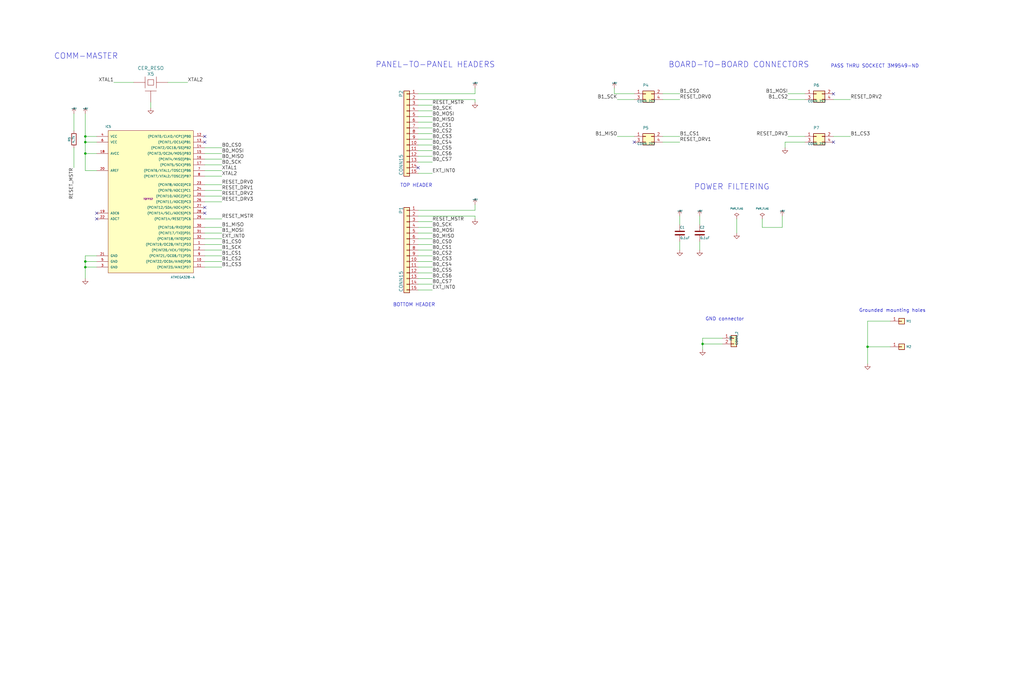
<source format=kicad_sch>
(kicad_sch (version 20230121) (generator eeschema)
  (paper "User" 457.2 304.8)
  (lib_symbols
    (symbol "Connector_Generic:Conn_01x01" (pin_names (offset 1.016) hide)
      (property "Reference" "J" (at 0 2.54 0))
      (property "Value" "Conn_01x01" (at 0 -2.54 0))
      (symbol "Conn_01x01_1_1"
        (rectangle (start -1.27 0.127) (end 0 -0.127) (stroke (width 0.1524)))
        (rectangle (start -1.27 1.27) (end 1.27 -1.27) (stroke (width 0.254)) (fill (type background)))
        (pin passive line (at -5.08 0 0) (length 3.81) (name "Pin_1") (number "1"))
      )
    )
    (symbol "Connector_Generic:Conn_01x02" (pin_names (offset 1.016) hide)
      (property "Reference" "J" (at 0 2.54 0))
      (property "Value" "Conn_01x02" (at 0 -5.08 0))
      (symbol "Conn_01x02_1_1"
        (rectangle (start -1.27 -2.413) (end 0 -2.667) (stroke (width 0.1524)))
        (rectangle (start -1.27 0.127) (end 0 -0.127) (stroke (width 0.1524)))
        (rectangle (start -1.27 1.27) (end 1.27 -3.81) (stroke (width 0.254)) (fill (type background)))
        (pin passive line (at -5.08 0 0) (length 3.81) (name "Pin_1") (number "1"))
        (pin passive line (at -5.08 -2.54 0) (length 3.81) (name "Pin_2") (number "2"))
      )
    )
    (symbol "Connector_Generic:Conn_01x15" (pin_names (offset 1.016) hide)
      (property "Reference" "J" (at 0 20.32 0))
      (property "Value" "Conn_01x15" (at 0 -20.32 0))
      (symbol "Conn_01x15_1_1"
        (rectangle (start -1.27 -17.653) (end 0 -17.907) (stroke (width 0.1524)))
        (rectangle (start -1.27 -15.113) (end 0 -15.367) (stroke (width 0.1524)))
        (rectangle (start -1.27 -12.573) (end 0 -12.827) (stroke (width 0.1524)))
        (rectangle (start -1.27 -10.033) (end 0 -10.287) (stroke (width 0.1524)))
        (rectangle (start -1.27 -7.493) (end 0 -7.747) (stroke (width 0.1524)))
        (rectangle (start -1.27 -4.953) (end 0 -5.207) (stroke (width 0.1524)))
        (rectangle (start -1.27 -2.413) (end 0 -2.667) (stroke (width 0.1524)))
        (rectangle (start -1.27 0.127) (end 0 -0.127) (stroke (width 0.1524)))
        (rectangle (start -1.27 2.667) (end 0 2.413) (stroke (width 0.1524)))
        (rectangle (start -1.27 5.207) (end 0 4.953) (stroke (width 0.1524)))
        (rectangle (start -1.27 7.747) (end 0 7.493) (stroke (width 0.1524)))
        (rectangle (start -1.27 10.287) (end 0 10.033) (stroke (width 0.1524)))
        (rectangle (start -1.27 12.827) (end 0 12.573) (stroke (width 0.1524)))
        (rectangle (start -1.27 15.367) (end 0 15.113) (stroke (width 0.1524)))
        (rectangle (start -1.27 17.907) (end 0 17.653) (stroke (width 0.1524)))
        (rectangle (start -1.27 19.05) (end 1.27 -19.05) (stroke (width 0.254)) (fill (type background)))
        (pin passive line (at -5.08 17.78 0) (length 3.81) (name "Pin_1") (number "1"))
        (pin passive line (at -5.08 -5.08 0) (length 3.81) (name "Pin_10") (number "10"))
        (pin passive line (at -5.08 -7.62 0) (length 3.81) (name "Pin_11") (number "11"))
        (pin passive line (at -5.08 -10.16 0) (length 3.81) (name "Pin_12") (number "12"))
        (pin passive line (at -5.08 -12.7 0) (length 3.81) (name "Pin_13") (number "13"))
        (pin passive line (at -5.08 -15.24 0) (length 3.81) (name "Pin_14") (number "14"))
        (pin passive line (at -5.08 -17.78 0) (length 3.81) (name "Pin_15") (number "15"))
        (pin passive line (at -5.08 15.24 0) (length 3.81) (name "Pin_2") (number "2"))
        (pin passive line (at -5.08 12.7 0) (length 3.81) (name "Pin_3") (number "3"))
        (pin passive line (at -5.08 10.16 0) (length 3.81) (name "Pin_4") (number "4"))
        (pin passive line (at -5.08 7.62 0) (length 3.81) (name "Pin_5") (number "5"))
        (pin passive line (at -5.08 5.08 0) (length 3.81) (name "Pin_6") (number "6"))
        (pin passive line (at -5.08 2.54 0) (length 3.81) (name "Pin_7") (number "7"))
        (pin passive line (at -5.08 0 0) (length 3.81) (name "Pin_8") (number "8"))
        (pin passive line (at -5.08 -2.54 0) (length 3.81) (name "Pin_9") (number "9"))
      )
    )
    (symbol "Connector_Generic:Conn_02x02_Odd_Even" (pin_names (offset 1.016) hide)
      (property "Reference" "J" (at 1.27 2.54 0))
      (property "Value" "Conn_02x02_Odd_Even" (at 1.27 -5.08 0))
      (symbol "Conn_02x02_Odd_Even_1_1"
        (rectangle (start -1.27 -2.413) (end 0 -2.667) (stroke (width 0.1524)))
        (rectangle (start -1.27 0.127) (end 0 -0.127) (stroke (width 0.1524)))
        (rectangle (start -1.27 1.27) (end 3.81 -3.81) (stroke (width 0.254)) (fill (type background)))
        (rectangle (start 3.81 -2.413) (end 2.54 -2.667) (stroke (width 0.1524)))
        (rectangle (start 3.81 0.127) (end 2.54 -0.127) (stroke (width 0.1524)))
        (pin passive line (at -5.08 0 0) (length 3.81) (name "Pin_1") (number "1"))
        (pin passive line (at 7.62 0 180) (length 3.81) (name "Pin_2") (number "2"))
        (pin passive line (at -5.08 -2.54 0) (length 3.81) (name "Pin_3") (number "3"))
        (pin passive line (at 7.62 -2.54 180) (length 3.81) (name "Pin_4") (number "4"))
      )
    )
    (symbol "Device:C" (pin_numbers hide) (pin_names (offset 0.254))
      (property "Reference" "C" (at 0.635 2.54 0))
      (property "Value" "C" (at 0.635 -2.54 0))
      (symbol "C_0_1"
        (polyline (pts (xy -2.032 -0.762) (xy 2.032 -0.762)) (stroke (width 0.508)))
        (polyline (pts (xy -2.032 0.762) (xy 2.032 0.762)) (stroke (width 0.508)))
      )
      (symbol "C_1_1"
        (pin passive line (at 0 3.81 270) (length 2.794) (name "~") (number "1"))
        (pin passive line (at 0 -3.81 90) (length 2.794) (name "~") (number "2"))
      )
    )
    (symbol "Device:R" (pin_numbers hide) (pin_names (offset 0))
      (property "Reference" "R" (at 2.032 0 90))
      (property "Value" "R" (at 0 0 90))
      (symbol "R_0_1"
        (rectangle (start -1.016 -2.54) (end 1.016 2.54) (stroke (width 0.254)))
      )
      (symbol "R_1_1"
        (pin passive line (at 0 3.81 270) (length 1.27) (name "~") (number "1"))
        (pin passive line (at 0 -3.81 90) (length 1.27) (name "~") (number "2"))
      )
    )
    (symbol "comm_v0:ATMEGA328-A" (pin_names (offset 1.016))
      (property "Reference" "IC" (at -17.78 31.75 0))
      (property "Value" "ATMEGA328-A" (at 6.35 -35.56 0))
      (symbol "ATMEGA328-A_0_1"
        (rectangle (start -17.78 30.48) (end 20.32 -33.02) (fill (type background)))
      )
      (symbol "ATMEGA328-A_1_1"
        (pin bidirectional line (at 25.4 -20.32 180) (length 5.08) (name "(PCINT19/OC2B/INT1)PD3") (number "1"))
        (pin bidirectional line (at 25.4 -27.94 180) (length 5.08) (name "(PCINT22/OC0A/AIN0)PD6") (number "10"))
        (pin bidirectional line (at 25.4 -30.48 180) (length 5.08) (name "(PCINT23/AIN1)PD7") (number "11"))
        (pin bidirectional line (at 25.4 27.94 180) (length 5.08) (name "(PCINT0/CLKO/ICP1)PB0") (number "12"))
        (pin bidirectional line (at 25.4 25.4 180) (length 5.08) (name "(PCINT1/OC1A)PB1") (number "13"))
        (pin bidirectional line (at 25.4 22.86 180) (length 5.08) (name "(PCINT2/OC1B/SS)PB2") (number "14"))
        (pin bidirectional line (at 25.4 20.32 180) (length 5.08) (name "(PCINT3/OC2A/MOSI)PB3") (number "15"))
        (pin bidirectional line (at 25.4 17.78 180) (length 5.08) (name "(PCINT4/MISO)PB4") (number "16"))
        (pin bidirectional line (at 25.4 15.24 180) (length 5.08) (name "(PCINT5/SCK)PB5") (number "17"))
        (pin power_in line (at -22.86 20.32 0) (length 5.08) (name "AVCC") (number "18"))
        (pin input line (at -22.86 -6.35 0) (length 5.08) (name "ADC6") (number "19"))
        (pin bidirectional line (at 25.4 -22.86 180) (length 5.08) (name "(PCINT20/XCK/T0)PD4") (number "2"))
        (pin passive line (at -22.86 12.7 0) (length 5.08) (name "AREF") (number "20"))
        (pin power_in line (at -22.86 -25.4 0) (length 5.08) (name "GND") (number "21"))
        (pin power_in line (at -22.86 -8.89 0) (length 5.08) (name "ADC7") (number "22"))
        (pin bidirectional line (at 25.4 6.35 180) (length 5.08) (name "(PCINT8/ADC0)PC0") (number "23"))
        (pin bidirectional line (at 25.4 3.81 180) (length 5.08) (name "(PCINT9/ADC1)PC1") (number "24"))
        (pin bidirectional line (at 25.4 1.27 180) (length 5.08) (name "(PCINT10/ADC2)PC2") (number "25"))
        (pin bidirectional line (at 25.4 -1.27 180) (length 5.08) (name "(PCINT11/ADC3)PC3") (number "26"))
        (pin bidirectional line (at 25.4 -3.81 180) (length 5.08) (name "(PCINT12/SDA/ADC4)PC4") (number "27"))
        (pin bidirectional line (at 25.4 -6.35 180) (length 5.08) (name "(PCINT14/SCL/ADC5)PC5") (number "28"))
        (pin bidirectional line (at 25.4 -8.89 180) (length 5.08) (name "(PCINT14/RESET)PC6") (number "29"))
        (pin power_in line (at -22.86 -30.48 0) (length 5.08) (name "GND") (number "3"))
        (pin bidirectional line (at 25.4 -12.7 180) (length 5.08) (name "(PCINT16/RXD)PD0") (number "30"))
        (pin bidirectional line (at 25.4 -15.24 180) (length 5.08) (name "(PCINT17/TXD)PD1") (number "31"))
        (pin bidirectional line (at 25.4 -17.78 180) (length 5.08) (name "(PCINT18/INT0)PD2") (number "32"))
        (pin power_in line (at -22.86 27.94 0) (length 5.08) (name "VCC") (number "4"))
        (pin power_in line (at -22.86 -27.94 0) (length 5.08) (name "GND") (number "5"))
        (pin power_in line (at -22.86 25.4 0) (length 5.08) (name "VCC") (number "6"))
        (pin bidirectional line (at 25.4 12.7 180) (length 5.08) (name "(PCINT6/XTAL1/TOSC1)PB6") (number "7"))
        (pin bidirectional line (at 25.4 10.16 180) (length 5.08) (name "(PCINT7/XTAL2/TOSC2)PB7") (number "8"))
        (pin bidirectional line (at 25.4 -25.4 180) (length 5.08) (name "(PCINT21/OC0B/T1)PD5") (number "9"))
      )
    )
    (symbol "comm_v0:CER_RESO" (pin_numbers hide) (pin_names (offset 1.016) hide)
      (property "Reference" "X" (at 0 3.81 0))
      (property "Value" "CER_RESO" (at 0 6.35 0))
      (symbol "CER_RESO_0_1"
        (polyline (pts (xy -2.54 2.54) (xy -2.54 -2.54)))
        (polyline (pts (xy 2.54 2.54) (xy 2.54 -2.54)))
        (polyline (pts (xy -2.54 -3.81) (xy 2.54 -3.81) (xy 2.54 -3.81)))
        (polyline (pts (xy -1.27 1.27) (xy 1.27 1.27) (xy 1.27 -1.27) (xy -1.27 -1.27) (xy -1.27 1.27)))
      )
      (symbol "CER_RESO_1_1"
        (pin passive line (at -7.62 0 0) (length 5.08) (name "1") (number "1"))
        (pin power_in line (at 0 -8.89 90) (length 5.08) (name "GND") (number "2"))
        (pin passive line (at 7.62 0 180) (length 5.08) (name "3") (number "3"))
      )
    )
    (symbol "power:+5V" (power) (pin_names (offset 0))
      (property "Value" "+5V" (at 0 3.556 0))
      (symbol "+5V_0_1"
        (polyline (pts (xy -0.762 1.27) (xy 0 2.54)))
        (polyline (pts (xy 0 0) (xy 0 2.54)))
        (polyline (pts (xy 0 2.54) (xy 0.762 1.27)))
      )
      (symbol "+5V_1_1"
        (pin power_in line (at 0 0 90) (length 0) hide (name "+5V") (number "1"))
      )
    )
    (symbol "power:GND" (power) (pin_names (offset 0))
      (property "Value" "GND" (at 0 -3.81 0))
      (symbol "GND_0_1"
        (polyline (pts (xy 0 0) (xy 0 -1.27) (xy 1.27 -1.27) (xy 0 -2.54) (xy -1.27 -1.27) (xy 0 -1.27)))
      )
      (symbol "GND_1_1"
        (pin power_in line (at 0 0 270) (length 0) hide (name "GND") (number "1"))
      )
    )
    (symbol "power:PWR_FLAG" (power) (pin_numbers hide) (pin_names (offset 0) hide)
      (property "Value" "PWR_FLAG" (at 0 3.81 0))
      (symbol "PWR_FLAG_0_0"
        (pin power_out line (at 0 0 90) (length 0) (name "pwr") (number "1"))
      )
      (symbol "PWR_FLAG_0_1"
        (polyline (pts (xy 0 0) (xy 0 1.27) (xy -1.016 1.905) (xy 0 2.54) (xy 1.016 1.905) (xy 0 1.27)))
      )
    )
  )
  (junction (at 313.69 153.67))
  (junction (at 38.1 119.38))
  (junction (at 38.1 60.96))
  (junction (at 38.1 116.84))
  (junction (at 38.1 63.5))
  (junction (at 38.1 68.58))
  (junction (at 387.35 154.94))
  (no_connect (at 91.44 95.25))
  (no_connect (at 91.44 92.71))
  (no_connect (at 91.44 60.96))
  (no_connect (at 43.18 95.25))
  (no_connect (at 372.11 41.91))
  (no_connect (at 43.18 97.79))
  (no_connect (at 283.21 63.5))
  (no_connect (at 186.69 74.93))
  (no_connect (at 91.44 63.5))
  (no_connect (at 372.11 63.5))
  (wire (pts (xy 312.42 107.95) (xy 312.42 111.76)))
  (wire (pts (xy 91.44 101.6) (xy 99.06 101.6)))
  (wire (pts (xy 91.44 119.38) (xy 99.06 119.38)))
  (wire (pts (xy 91.44 106.68) (xy 99.06 106.68)))
  (wire (pts (xy 186.69 121.92) (xy 193.04 121.92)))
  (wire (pts (xy 38.1 116.84) (xy 38.1 119.38)))
  (wire (pts (xy 212.09 93.98) (xy 186.69 93.98)))
  (wire (pts (xy 186.69 44.45) (xy 212.09 44.45)))
  (wire (pts (xy 274.32 41.91) (xy 283.21 41.91)))
  (wire (pts (xy 91.44 76.2) (xy 99.06 76.2)))
  (wire (pts (xy 38.1 114.3) (xy 38.1 116.84)))
  (wire (pts (xy 313.69 153.67) (xy 313.69 156.21)))
  (wire (pts (xy 186.69 96.52) (xy 212.09 96.52)))
  (wire (pts (xy 186.69 52.07) (xy 193.04 52.07)))
  (wire (pts (xy 186.69 49.53) (xy 193.04 49.53)))
  (wire (pts (xy 295.91 63.5) (xy 303.53 63.5)))
  (wire (pts (xy 303.53 107.95) (xy 303.53 111.76)))
  (wire (pts (xy 387.35 154.94) (xy 397.51 154.94)))
  (wire (pts (xy 283.21 60.96) (xy 275.59 60.96)))
  (wire (pts (xy 38.1 76.2) (xy 43.18 76.2)))
  (wire (pts (xy 91.44 114.3) (xy 99.06 114.3)))
  (wire (pts (xy 43.18 60.96) (xy 38.1 60.96)))
  (wire (pts (xy 43.18 68.58) (xy 38.1 68.58)))
  (wire (pts (xy 283.21 44.45) (xy 275.59 44.45)))
  (wire (pts (xy 212.09 96.52) (xy 212.09 97.79)))
  (wire (pts (xy 91.44 71.12) (xy 99.06 71.12)))
  (wire (pts (xy 186.69 114.3) (xy 193.04 114.3)))
  (wire (pts (xy 186.69 104.14) (xy 193.04 104.14)))
  (wire (pts (xy 91.44 97.79) (xy 99.06 97.79)))
  (wire (pts (xy 91.44 90.17) (xy 99.06 90.17)))
  (wire (pts (xy 212.09 93.98) (xy 212.09 91.44)))
  (wire (pts (xy 295.91 44.45) (xy 303.53 44.45)))
  (wire (pts (xy 186.69 109.22) (xy 193.04 109.22)))
  (wire (pts (xy 212.09 41.91) (xy 212.09 39.37)))
  (wire (pts (xy 372.11 60.96) (xy 379.73 60.96)))
  (wire (pts (xy 38.1 50.8) (xy 38.1 60.96)))
  (wire (pts (xy 186.69 99.06) (xy 193.04 99.06)))
  (wire (pts (xy 295.91 60.96) (xy 303.53 60.96)))
  (wire (pts (xy 43.18 119.38) (xy 38.1 119.38)))
  (wire (pts (xy 372.11 44.45) (xy 379.73 44.45)))
  (wire (pts (xy 212.09 44.45) (xy 212.09 45.72)))
  (wire (pts (xy 33.02 50.8) (xy 33.02 58.42)))
  (wire (pts (xy 91.44 116.84) (xy 99.06 116.84)))
  (wire (pts (xy 186.69 101.6) (xy 193.04 101.6)))
  (wire (pts (xy 186.69 119.38) (xy 193.04 119.38)))
  (wire (pts (xy 91.44 73.66) (xy 99.06 73.66)))
  (wire (pts (xy 186.69 54.61) (xy 193.04 54.61)))
  (wire (pts (xy 91.44 66.04) (xy 99.06 66.04)))
  (wire (pts (xy 397.51 143.51) (xy 387.35 143.51)))
  (wire (pts (xy 186.69 116.84) (xy 193.04 116.84)))
  (wire (pts (xy 328.93 97.79) (xy 328.93 104.14)))
  (wire (pts (xy 38.1 63.5) (xy 38.1 68.58)))
  (wire (pts (xy 359.41 60.96) (xy 351.79 60.96)))
  (wire (pts (xy 340.36 101.6) (xy 349.25 101.6)))
  (wire (pts (xy 38.1 68.58) (xy 38.1 76.2)))
  (wire (pts (xy 186.69 129.54) (xy 193.04 129.54)))
  (wire (pts (xy 33.02 66.04) (xy 33.02 74.93)))
  (wire (pts (xy 313.69 153.67) (xy 322.58 153.67)))
  (wire (pts (xy 312.42 96.52) (xy 312.42 100.33)))
  (wire (pts (xy 186.69 46.99) (xy 193.04 46.99)))
  (wire (pts (xy 38.1 119.38) (xy 38.1 124.46)))
  (wire (pts (xy 186.69 127) (xy 193.04 127)))
  (wire (pts (xy 74.93 36.83) (xy 83.82 36.83)))
  (wire (pts (xy 67.31 45.72) (xy 67.31 48.26)))
  (wire (pts (xy 91.44 104.14) (xy 99.06 104.14)))
  (wire (pts (xy 43.18 116.84) (xy 38.1 116.84)))
  (wire (pts (xy 387.35 143.51) (xy 387.35 154.94)))
  (wire (pts (xy 186.69 106.68) (xy 193.04 106.68)))
  (wire (pts (xy 340.36 97.79) (xy 340.36 101.6)))
  (wire (pts (xy 322.58 151.13) (xy 313.69 151.13)))
  (wire (pts (xy 359.41 44.45) (xy 351.79 44.45)))
  (wire (pts (xy 186.69 67.31) (xy 193.04 67.31)))
  (wire (pts (xy 91.44 78.74) (xy 99.06 78.74)))
  (wire (pts (xy 38.1 60.96) (xy 38.1 63.5)))
  (wire (pts (xy 186.69 124.46) (xy 193.04 124.46)))
  (wire (pts (xy 186.69 77.47) (xy 193.04 77.47)))
  (wire (pts (xy 91.44 82.55) (xy 99.06 82.55)))
  (wire (pts (xy 212.09 41.91) (xy 186.69 41.91)))
  (wire (pts (xy 359.41 41.91) (xy 351.79 41.91)))
  (wire (pts (xy 186.69 72.39) (xy 193.04 72.39)))
  (wire (pts (xy 303.53 96.52) (xy 303.53 100.33)))
  (wire (pts (xy 350.52 63.5) (xy 350.52 66.04)))
  (wire (pts (xy 43.18 114.3) (xy 38.1 114.3)))
  (wire (pts (xy 186.69 57.15) (xy 193.04 57.15)))
  (wire (pts (xy 186.69 69.85) (xy 193.04 69.85)))
  (wire (pts (xy 91.44 87.63) (xy 99.06 87.63)))
  (wire (pts (xy 313.69 151.13) (xy 313.69 153.67)))
  (wire (pts (xy 295.91 41.91) (xy 303.53 41.91)))
  (wire (pts (xy 91.44 109.22) (xy 99.06 109.22)))
  (wire (pts (xy 349.25 101.6) (xy 349.25 96.52)))
  (wire (pts (xy 186.69 62.23) (xy 193.04 62.23)))
  (wire (pts (xy 387.35 154.94) (xy 387.35 162.56)))
  (wire (pts (xy 91.44 111.76) (xy 99.06 111.76)))
  (wire (pts (xy 186.69 111.76) (xy 193.04 111.76)))
  (wire (pts (xy 350.52 63.5) (xy 359.41 63.5)))
  (wire (pts (xy 186.69 59.69) (xy 193.04 59.69)))
  (wire (pts (xy 43.18 63.5) (xy 38.1 63.5)))
  (wire (pts (xy 274.32 39.37) (xy 274.32 41.91)))
  (wire (pts (xy 186.69 64.77) (xy 193.04 64.77)))
  (wire (pts (xy 91.44 68.58) (xy 99.06 68.58)))
  (wire (pts (xy 59.69 36.83) (xy 50.8 36.83)))
  (wire (pts (xy 91.44 85.09) (xy 99.06 85.09)))
  (text "Grounded mounting holes" (at 383.54 139.7 0) (effects (font (size 1.524 1.524)) (justify left bottom)))
  (text "PANEL-TO-PANEL HEADERS" (at 167.64 30.48 0) (effects (font (size 2.54 2.54)) (justify left bottom)))
  (text "GND connector" (at 314.96 143.51 0) (effects (font (size 1.524 1.524)) (justify left bottom)))
  (text "TOP HEADER" (at 193.04 83.82 0) (effects (font (size 1.524 1.524)) (justify right bottom)))
  (text "COMM-MASTER" (at 24.13 26.67 0) (effects (font (size 2.54 2.54)) (justify left bottom)))
  (text "POWER FILTERING" (at 309.88 85.09 0) (effects (font (size 2.54 2.54)) (justify left bottom)))
  (text "BOTTOM HEADER" (at 194.31 137.16 0) (effects (font (size 1.524 1.524)) (justify right bottom)))
  (text "PASS THRU SOCKECT 3M9549-ND" (at 370.84 30.48 0) (effects (font (size 1.524 1.524)) (justify left bottom)))
  (text "BOARD-TO-BOARD CONNECTORS" (at 298.45 30.48 0) (effects (font (size 2.54 2.54)) (justify left bottom)))
  (label "B0_CS0" (at 99.06 66.04 0) (effects (font (size 1.524 1.524))))
  (label "B0_CS1" (at 193.04 57.15 0) (effects (font (size 1.524 1.524))))
  (label "B0_CS4" (at 193.04 64.77 0) (effects (font (size 1.524 1.524))))
  (label "B0_SCK" (at 193.04 101.6 0) (effects (font (size 1.524 1.524))))
  (label "B0_CS0" (at 193.04 109.22 0) (effects (font (size 1.524 1.524))))
  (label "RESET_DRV1" (at 303.53 63.5 0) (effects (font (size 1.524 1.524))))
  (label "XTAL2" (at 83.82 36.83 0) (effects (font (size 1.524 1.524))))
  (label "B0_CS5" (at 193.04 67.31 0) (effects (font (size 1.524 1.524))))
  (label "XTAL2" (at 99.06 78.74 0) (effects (font (size 1.524 1.524))))
  (label "RESET_DRV3" (at 99.06 90.17 0) (effects (font (size 1.524 1.524))))
  (label "B1_CS0" (at 303.53 41.91 0) (effects (font (size 1.524 1.524))))
  (label "B0_CS2" (at 193.04 114.3 0) (effects (font (size 1.524 1.524))))
  (label "B0_CS1" (at 193.04 111.76 0) (effects (font (size 1.524 1.524))))
  (label "RESET_MSTR" (at 33.02 74.93 270) (effects (font (size 1.524 1.524))))
  (label "RESET_MSTR" (at 99.06 97.79 0) (effects (font (size 1.524 1.524))))
  (label "B0_MOSI" (at 99.06 68.58 0) (effects (font (size 1.524 1.524))))
  (label "B0_MOSI" (at 193.04 104.14 0) (effects (font (size 1.524 1.524))))
  (label "EXT_INT0" (at 99.06 106.68 0) (effects (font (size 1.524 1.524))))
  (label "B1_CS2" (at 99.06 116.84 0) (effects (font (size 1.524 1.524))))
  (label "B1_CS1" (at 303.53 60.96 0) (effects (font (size 1.524 1.524))))
  (label "B0_MISO" (at 193.04 54.61 0) (effects (font (size 1.524 1.524))))
  (label "B0_CS4" (at 193.04 119.38 0) (effects (font (size 1.524 1.524))))
  (label "B0_CS2" (at 193.04 59.69 0) (effects (font (size 1.524 1.524))))
  (label "RESET_DRV0" (at 99.06 82.55 0) (effects (font (size 1.524 1.524))))
  (label "B0_MISO" (at 99.06 71.12 0) (effects (font (size 1.524 1.524))))
  (label "B0_CS6" (at 193.04 124.46 0) (effects (font (size 1.524 1.524))))
  (label "B1_CS2" (at 351.79 44.45 180) (effects (font (size 1.524 1.524))))
  (label "B1_CS3" (at 99.06 119.38 0) (effects (font (size 1.524 1.524))))
  (label "B1_CS1" (at 99.06 114.3 0) (effects (font (size 1.524 1.524))))
  (label "B0_CS7" (at 193.04 127 0) (effects (font (size 1.524 1.524))))
  (label "B0_CS5" (at 193.04 121.92 0) (effects (font (size 1.524 1.524))))
  (label "RESET_MSTR" (at 193.04 46.99 0) (effects (font (size 1.524 1.524))))
  (label "RESET_MSTR" (at 193.04 99.06 0) (effects (font (size 1.524 1.524))))
  (label "RESET_DRV1" (at 99.06 85.09 0) (effects (font (size 1.524 1.524))))
  (label "B1_SCK" (at 275.59 44.45 180) (effects (font (size 1.524 1.524))))
  (label "XTAL1" (at 99.06 76.2 0) (effects (font (size 1.524 1.524))))
  (label "B1_CS0" (at 99.06 109.22 0) (effects (font (size 1.524 1.524))))
  (label "B0_SCK" (at 193.04 49.53 0) (effects (font (size 1.524 1.524))))
  (label "B0_CS6" (at 193.04 69.85 0) (effects (font (size 1.524 1.524))))
  (label "B1_MISO" (at 275.59 60.96 180) (effects (font (size 1.524 1.524))))
  (label "XTAL1" (at 50.8 36.83 180) (effects (font (size 1.524 1.524))))
  (label "B0_SCK" (at 99.06 73.66 0) (effects (font (size 1.524 1.524))))
  (label "B0_CS7" (at 193.04 72.39 0) (effects (font (size 1.524 1.524))))
  (label "RESET_DRV0" (at 303.53 44.45 0) (effects (font (size 1.524 1.524))))
  (label "RESET_DRV2" (at 379.73 44.45 0) (effects (font (size 1.524 1.524))))
  (label "B1_SCK" (at 99.06 111.76 0) (effects (font (size 1.524 1.524))))
  (label "B0_MOSI" (at 193.04 52.07 0) (effects (font (size 1.524 1.524))))
  (label "EXT_INT0" (at 193.04 129.54 0) (effects (font (size 1.524 1.524))))
  (label "B1_MOSI" (at 351.79 41.91 180) (effects (font (size 1.524 1.524))))
  (label "B1_MISO" (at 99.06 101.6 0) (effects (font (size 1.524 1.524))))
  (label "B0_MISO" (at 193.04 106.68 0) (effects (font (size 1.524 1.524))))
  (label "B1_MOSI" (at 99.06 104.14 0) (effects (font (size 1.524 1.524))))
  (label "B1_CS3" (at 379.73 60.96 0) (effects (font (size 1.524 1.524))))
  (label "RESET_DRV2" (at 99.06 87.63 0) (effects (font (size 1.524 1.524))))
  (label "B0_CS3" (at 193.04 116.84 0) (effects (font (size 1.524 1.524))))
  (label "RESET_DRV3" (at 351.79 60.96 180) (effects (font (size 1.524 1.524))))
  (label "EXT_INT0" (at 193.04 77.47 0) (effects (font (size 1.524 1.524))))
  (label "B0_CS3" (at 193.04 62.23 0) (effects (font (size 1.524 1.524))))
  (symbol (lib_id "comm_v0:ATMEGA328-A") (at 66.04 88.9 0) (unit 1)
    (property "Reference" "IC5" (at 46.99 57.15 0) (effects (font (size 1.016 1.016)) (justify left bottom)))
    (property "Value" "ATMEGA328-A" (at 76.2 124.46 0) (effects (font (size 1.016 1.016)) (justify left bottom)))
    (property "Footprint" "TQFP32" (at 66.04 88.9 0) (effects (font (size 0.762 0.762) italic)))
  )
  (symbol (lib_id "comm_v0:CER_RESO") (at 67.31 36.83 0) (unit 1)
    (property "Reference" "X5" (at 67.31 33.02 0) (effects (font (size 1.524 1.524))))
    (property "Value" "CER_RESO" (at 67.31 30.48 0) (effects (font (size 1.524 1.524))))
  )
  (symbol (lib_id "power:GND") (at 67.31 48.26 0) (unit 1)
    (property "Reference" "#PWR01" (effects hide))
    (property "Value" "GND" (effects hide))
  )
  (symbol (lib_id "power:+5V") (at 38.1 50.8 0) (unit 1)
    (property "Reference" "#PWR02" (effects hide))
    (property "Value" "+5V" (at 38.1 48.514 0) (effects (font (size 0.762 0.762))))
  )
  (symbol (lib_id "power:+5V") (at 33.02 50.8 0) (unit 1)
    (property "Reference" "#PWR03" (effects hide))
    (property "Value" "+5V" (at 33.02 48.514 0) (effects (font (size 0.762 0.762))))
  )
  (symbol (lib_id "Device:R") (at 33.02 62.23 180) (unit 1)
    (property "Reference" "R5" (at 30.988 62.23 90) (effects (font (size 1.016 1.016))))
    (property "Value" "4.7k" (at 32.8422 62.2554 90) (effects (font (size 1.016 1.016))))
  )
  (symbol (lib_id "power:GND") (at 38.1 124.46 0) (unit 1)
    (property "Reference" "#PWR04" (effects hide))
    (property "Value" "GND" (effects hide))
  )
  (symbol (lib_id "Connector_Generic:Conn_01x15") (at 181.61 111.76 0) (mirror y) (unit 1)
    (property "Reference" "P1" (at 179.07 93.98 90) (effects (font (size 1.524 1.524))))
    (property "Value" "CONN15" (at 179.07 125.73 90) (effects (font (size 1.524 1.524))))
  )
  (symbol (lib_id "Connector_Generic:Conn_01x15") (at 181.61 59.69 0) (mirror y) (unit 1)
    (property "Reference" "P2" (at 179.07 41.91 90) (effects (font (size 1.524 1.524))))
    (property "Value" "CONN15" (at 179.07 73.66 90) (effects (font (size 1.524 1.524))))
  )
  (symbol (lib_id "power:+5V") (at 212.09 91.44 0) (mirror y) (unit 1)
    (property "Reference" "#PWR05" (effects hide))
    (property "Value" "+5V" (at 212.09 89.154 0) (effects (font (size 0.762 0.762))))
  )
  (symbol (lib_id "power:GND") (at 212.09 97.79 0) (mirror y) (unit 1)
    (property "Reference" "#PWR06" (effects hide))
    (property "Value" "GND" (effects hide))
  )
  (symbol (lib_id "power:+5V") (at 212.09 39.37 0) (mirror y) (unit 1)
    (property "Reference" "#PWR07" (effects hide))
    (property "Value" "+5V" (at 212.09 37.084 0) (effects (font (size 0.762 0.762))))
  )
  (symbol (lib_id "power:GND") (at 212.09 45.72 0) (mirror y) (unit 1)
    (property "Reference" "#PWR08" (effects hide))
    (property "Value" "GND" (effects hide))
  )
  (symbol (lib_id "power:GND") (at 328.93 104.14 0) (unit 1)
    (property "Reference" "#PWR09" (effects hide))
    (property "Value" "GND" (effects hide))
  )
  (symbol (lib_id "power:+5V") (at 349.25 96.52 0) (unit 1)
    (property "Reference" "#PWR010" (effects hide))
    (property "Value" "+5V" (at 349.25 94.234 0) (effects (font (size 0.762 0.762))))
  )
  (symbol (lib_id "power:PWR_FLAG") (at 340.36 97.79 0) (unit 1)
    (property "Reference" "#FLG011" (effects hide))
    (property "Value" "PWR_FLAG" (at 340.36 93.218 0) (effects (font (size 0.762 0.762))))
  )
  (symbol (lib_id "power:PWR_FLAG") (at 328.93 97.79 0) (unit 1)
    (property "Reference" "#FLG012" (effects hide))
    (property "Value" "PWR_FLAG" (at 328.93 93.218 0) (effects (font (size 0.762 0.762))))
  )
  (symbol (lib_id "Device:C") (at 303.53 104.14 0) (unit 1)
    (property "Reference" "C1" (at 303.53 101.6 0) (effects (font (size 1.016 1.016)) (justify left)))
    (property "Value" "0.1uF" (at 303.6824 106.299 0) (effects (font (size 1.016 1.016)) (justify left)))
  )
  (symbol (lib_id "Device:C") (at 312.42 104.14 0) (unit 1)
    (property "Reference" "C2" (at 312.42 101.6 0) (effects (font (size 1.016 1.016)) (justify left)))
    (property "Value" "0.1uF" (at 312.5724 106.299 0) (effects (font (size 1.016 1.016)) (justify left)))
  )
  (symbol (lib_id "power:+5V") (at 303.53 96.52 0) (unit 1)
    (property "Reference" "#PWR013" (effects hide))
    (property "Value" "+5V" (at 303.53 94.234 0) (effects (font (size 0.762 0.762))))
  )
  (symbol (lib_id "power:+5V") (at 312.42 96.52 0) (unit 1)
    (property "Reference" "#PWR014" (effects hide))
    (property "Value" "+5V" (at 312.42 94.234 0) (effects (font (size 0.762 0.762))))
  )
  (symbol (lib_id "power:GND") (at 303.53 111.76 0) (unit 1)
    (property "Reference" "#PWR015" (effects hide))
    (property "Value" "GND" (effects hide))
  )
  (symbol (lib_id "power:GND") (at 312.42 111.76 0) (unit 1)
    (property "Reference" "#PWR016" (effects hide))
    (property "Value" "GND" (effects hide))
  )
  (symbol (lib_id "power:GND") (at 350.52 66.04 0) (unit 1)
    (property "Reference" "#PWR017" (effects hide))
    (property "Value" "GND" (effects hide))
  )
  (symbol (lib_id "Connector_Generic:Conn_02x02_Odd_Even") (at 288.29 41.91 0) (unit 1)
    (property "Reference" "P4" (at 288.29 38.1 0))
    (property "Value" "CONN_2X2" (at 288.544 45.212 0) (effects (font (size 1.016 1.016))))
  )
  (symbol (lib_id "Connector_Generic:Conn_02x02_Odd_Even") (at 364.49 41.91 0) (unit 1)
    (property "Reference" "P6" (at 364.49 38.1 0))
    (property "Value" "CONN_2X2" (at 364.744 45.212 0) (effects (font (size 1.016 1.016))))
  )
  (symbol (lib_id "Connector_Generic:Conn_02x02_Odd_Even") (at 288.29 60.96 0) (unit 1)
    (property "Reference" "P5" (at 288.29 57.15 0))
    (property "Value" "CONN_2X2" (at 288.544 64.262 0) (effects (font (size 1.016 1.016))))
  )
  (symbol (lib_id "Connector_Generic:Conn_02x02_Odd_Even") (at 364.49 60.96 0) (unit 1)
    (property "Reference" "P7" (at 364.49 57.15 0))
    (property "Value" "CONN_2X2" (at 364.744 64.262 0) (effects (font (size 1.016 1.016))))
  )
  (symbol (lib_id "power:+5V") (at 274.32 39.37 0) (unit 1)
    (property "Reference" "#PWR018" (effects hide))
    (property "Value" "+5V" (at 274.32 37.084 0) (effects (font (size 0.762 0.762))))
  )
  (symbol (lib_id "Connector_Generic:Conn_01x02") (at 327.66 151.13 0) (unit 1)
    (property "Reference" "P8" (at 326.39 151.13 90) (effects (font (size 1.016 1.016))))
    (property "Value" "CONN_2" (at 328.93 151.13 90) (effects (font (size 1.016 1.016))))
  )
  (symbol (lib_id "power:GND") (at 313.69 156.21 0) (unit 1)
    (property "Reference" "#PWR019" (effects hide))
    (property "Value" "GND" (effects hide))
  )
  (symbol (lib_id "Connector_Generic:Conn_01x01") (at 402.59 143.51 0) (unit 1)
    (property "Reference" "M1" (at 404.622 143.51 0) (effects (font (size 1.016 1.016)) (justify left)))
    (property "Value" "CONN_1" (effects hide))
  )
  (symbol (lib_id "Connector_Generic:Conn_01x01") (at 402.59 154.94 0) (unit 1)
    (property "Reference" "M2" (at 404.622 154.94 0) (effects (font (size 1.016 1.016)) (justify left)))
    (property "Value" "CONN_1" (effects hide))
  )
  (symbol (lib_id "power:GND") (at 387.35 162.56 0) (unit 1)
    (property "Reference" "#PWR0101" (effects hide))
    (property "Value" "GND" (effects hide))
  )
)
</source>
